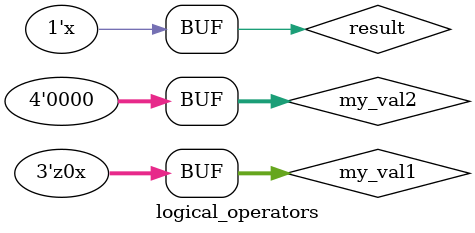
<source format=v>
module logical_operators();

    //reg [2:0] my_val1 = 3'b111;     // 3bit variable 
    reg [2:0] my_val1 = 3'b011;     // 3bit variable
    reg [3:0] my_val2 = 4'b0000;    // 4bit variable 
    reg result; 

    // Procedure used to continously monitor my_val1, my_val2, and result
    initial begin 
        $monitor("MON my_val1 = %b, my_val2 = %b, result = %b", my_val1, my_val2, result);
    end 

    // Procedure used to generate stimulus
    initial begin 
        result = !my_val1; // Logical AND
        #1; 
        result = !my_val2; 

        #1; 
        result = my_val1 && my_val2; // Logical NOT

        #1; 
        result = my_val1 || my_val2; 

        #1; 
        my_val1 = 3'bz0X;           // Add some unknown bits 
        result = !my_val1; 

        #1; 
        result = my_val1 && my_val2; // Anything AND 0 = 0; 

        #1; 
        result = my_val1 || my_val2; 
    end 
endmodule 
</source>
